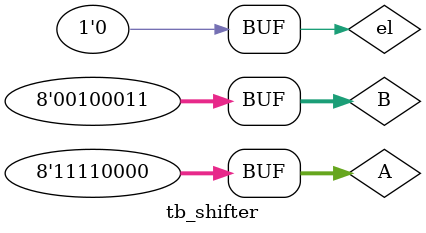
<source format=v>
module tb_shifter;
reg [7:0]A,B;
reg el;
wire [7:0]Y;
wire sf;
shifter DUT(A,B,Y,sf,el);
	initial 
		begin
			el=1'b0;
			A=8'B1111_0000;
			B=8'B0010_0000;
		#5	B=8'B0010_0001;
		#5	B=8'B0010_0010;
		#3	B=8'B0010_0011;

	 	end
	initial		$monitor($time," input data =%b  output data =%b sflag=%b ",A,Y,sf);
 
endmodule

</source>
